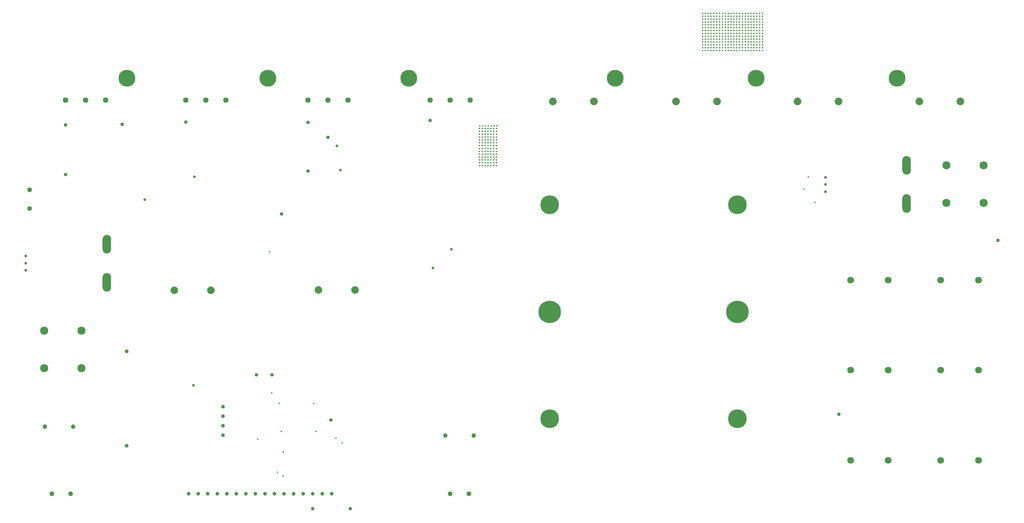
<source format=gbr>
%TF.GenerationSoftware,Altium Limited,Altium Designer,24.3.1 (35)*%
G04 Layer_Color=0*
%FSLAX45Y45*%
%MOMM*%
%TF.SameCoordinates,844131A9-2E1B-4A61-BE1F-69DE975881E6*%
%TF.FilePolarity,Positive*%
%TF.FileFunction,Plated,1,2,PTH,Drill*%
%TF.Part,Single*%
G01*
G75*
%TA.AperFunction,ComponentDrill*%
%ADD99C,1.00000*%
%ADD100C,2.00000*%
%ADD101C,0.95000*%
%ADD102C,0.95000*%
%ADD103C,1.01600*%
%ADD104C,1.80000*%
%ADD105C,1.20000*%
%ADD106C,1.00000*%
%ADD107O,2.28600X4.95300*%
%ADD108C,0.76200*%
%ADD109C,1.45000*%
%ADD110C,1.30000*%
%ADD111C,2.03200*%
%ADD112C,2.15900*%
%ADD113C,4.50000*%
%ADD114C,5.00000*%
%ADD115C,6.00000*%
%ADD116C,1.30000*%
%TA.AperFunction,ViaDrill,NotFilled*%
%ADD117C,0.71120*%
%ADD118C,0.40000*%
D99*
X6668000Y650000D02*
D03*
X4890000D02*
D03*
X6922000D02*
D03*
X7176000D02*
D03*
X6414000D02*
D03*
X5144000D02*
D03*
X7684000D02*
D03*
X6160000D02*
D03*
X8446000D02*
D03*
X8192000D02*
D03*
X7938000D02*
D03*
X5398000D02*
D03*
X7430000D02*
D03*
X5906000D02*
D03*
X8700000D02*
D03*
X5652000D02*
D03*
D100*
X4508500Y6070600D02*
D03*
X5486400D02*
D03*
X8343900Y6083300D02*
D03*
X9321800D02*
D03*
D101*
X6692900Y3822700D02*
D03*
X8674100Y2616200D02*
D03*
X8191500Y254000D02*
D03*
X1612900Y9156700D02*
D03*
X9194800Y254000D02*
D03*
X8064500Y10541000D02*
D03*
X7366000Y8102600D02*
D03*
X4813300Y10553700D02*
D03*
X1612900Y10477500D02*
D03*
X3124200Y10490200D02*
D03*
X22199600Y2768600D02*
D03*
X8597900Y10147300D02*
D03*
D102*
X7112000Y3822700D02*
D03*
X26428699Y7404100D02*
D03*
X8064500Y9245600D02*
D03*
X11315700Y10591800D02*
D03*
D103*
X3238500Y4445000D02*
D03*
Y1930400D02*
D03*
D104*
X23511501Y6345200D02*
D03*
X22511501D02*
D03*
X24911501Y1545200D02*
D03*
X25911499D02*
D03*
X22511501D02*
D03*
X23511501D02*
D03*
X22511501Y3945200D02*
D03*
X23511501D02*
D03*
X24911501Y6345200D02*
D03*
X25911499D02*
D03*
X24911501Y3945200D02*
D03*
X25911499D02*
D03*
D105*
X12475000Y2200000D02*
D03*
X11725000D02*
D03*
X1816800Y2438400D02*
D03*
X1066800D02*
D03*
D106*
X5810700Y2971800D02*
D03*
Y2717800D02*
D03*
Y2463800D02*
D03*
Y2209800D02*
D03*
D107*
X2717800Y7302500D02*
D03*
Y6286500D02*
D03*
X24003000Y8382000D02*
D03*
Y9398000D02*
D03*
D108*
X558800Y6985000D02*
D03*
Y6794500D02*
D03*
Y6604000D02*
D03*
X21844000Y8699500D02*
D03*
Y8890000D02*
D03*
Y9080500D02*
D03*
D109*
X2683400Y11136500D02*
D03*
X5883400D02*
D03*
X1616600D02*
D03*
X2150000D02*
D03*
X4816600D02*
D03*
X5350000D02*
D03*
X8066600D02*
D03*
X8600000D02*
D03*
X9133400D02*
D03*
X11316600D02*
D03*
X11850000D02*
D03*
X12383400D02*
D03*
D110*
X654998Y8250001D02*
D03*
Y8750000D02*
D03*
D111*
X18956400Y11100000D02*
D03*
X17864200D02*
D03*
X15681400D02*
D03*
X14589200D02*
D03*
X25435800D02*
D03*
X24343600D02*
D03*
X22185800D02*
D03*
X21093600D02*
D03*
D112*
X25063400Y9400000D02*
D03*
X26054001D02*
D03*
X25063400Y8400000D02*
D03*
X26054001D02*
D03*
X2036600Y5000000D02*
D03*
X1046000D02*
D03*
X2036600Y4000000D02*
D03*
X1046000D02*
D03*
D113*
X16250000Y11720000D02*
D03*
X23750000D02*
D03*
X20000000D02*
D03*
X3250000D02*
D03*
X10750000D02*
D03*
X7000000D02*
D03*
D114*
X14500000Y2650000D02*
D03*
Y8350000D02*
D03*
X19500000D02*
D03*
Y2650000D02*
D03*
D115*
Y5500000D02*
D03*
X14500000D02*
D03*
D116*
X11850000Y654998D02*
D03*
X12349999D02*
D03*
X1250001D02*
D03*
X1750000D02*
D03*
D117*
X8839200Y9918700D02*
D03*
X8928100Y9271000D02*
D03*
X11887200Y7162800D02*
D03*
X11391900Y6667500D02*
D03*
X5016500Y3543300D02*
D03*
X3721100Y8483600D02*
D03*
X5041900Y9093200D02*
D03*
D118*
X7255500Y1231900D02*
D03*
X7353300Y2311400D02*
D03*
X7099300Y3340100D02*
D03*
X7302500Y3060700D02*
D03*
X8216900D02*
D03*
X8280400Y2311400D02*
D03*
X7416800Y1765300D02*
D03*
X6731000Y2108200D02*
D03*
X7404100Y1130300D02*
D03*
X7048500Y7099300D02*
D03*
X8978900Y2006600D02*
D03*
X8813800Y2133600D02*
D03*
X21564600Y8407400D02*
D03*
X21272501Y8763000D02*
D03*
X21386800Y9093200D02*
D03*
X20091400Y13449300D02*
D03*
Y13373100D02*
D03*
Y13296899D02*
D03*
Y13220700D02*
D03*
Y13144501D02*
D03*
Y13068300D02*
D03*
Y12992101D02*
D03*
Y12915900D02*
D03*
Y12839700D02*
D03*
Y12763500D02*
D03*
Y12687300D02*
D03*
Y12611100D02*
D03*
Y12534900D02*
D03*
Y12458700D02*
D03*
X20015199Y13449300D02*
D03*
Y13373100D02*
D03*
Y13296899D02*
D03*
Y13220700D02*
D03*
Y13144501D02*
D03*
Y13068300D02*
D03*
Y12992101D02*
D03*
Y12915900D02*
D03*
Y12839700D02*
D03*
Y12763500D02*
D03*
Y12687300D02*
D03*
Y12611100D02*
D03*
Y12534900D02*
D03*
Y12458700D02*
D03*
X19939000Y13449300D02*
D03*
Y13373100D02*
D03*
Y13296899D02*
D03*
Y13220700D02*
D03*
Y13144501D02*
D03*
Y13068300D02*
D03*
Y12992101D02*
D03*
Y12915900D02*
D03*
Y12839700D02*
D03*
Y12763500D02*
D03*
Y12687300D02*
D03*
Y12611100D02*
D03*
Y12534900D02*
D03*
Y12458700D02*
D03*
X19862801Y13449300D02*
D03*
Y13373100D02*
D03*
Y13296899D02*
D03*
Y13220700D02*
D03*
Y13144501D02*
D03*
Y13068300D02*
D03*
Y12992101D02*
D03*
Y12915900D02*
D03*
Y12839700D02*
D03*
Y12763500D02*
D03*
Y12687300D02*
D03*
Y12611100D02*
D03*
Y12534900D02*
D03*
Y12458700D02*
D03*
X19786600Y13449300D02*
D03*
Y13373100D02*
D03*
Y13296899D02*
D03*
Y13220700D02*
D03*
Y13144501D02*
D03*
Y13068300D02*
D03*
Y12992101D02*
D03*
Y12915900D02*
D03*
Y12839700D02*
D03*
Y12763500D02*
D03*
Y12687300D02*
D03*
Y12611100D02*
D03*
Y12534900D02*
D03*
Y12458700D02*
D03*
X19710400Y13449300D02*
D03*
Y13373100D02*
D03*
Y13296899D02*
D03*
Y13220700D02*
D03*
Y13144501D02*
D03*
Y13068300D02*
D03*
Y12992101D02*
D03*
Y12915900D02*
D03*
Y12839700D02*
D03*
Y12763500D02*
D03*
Y12687300D02*
D03*
Y12611100D02*
D03*
Y12534900D02*
D03*
Y12458700D02*
D03*
X20167599Y13449300D02*
D03*
Y13373100D02*
D03*
Y13296899D02*
D03*
Y13220700D02*
D03*
Y13144501D02*
D03*
Y13068300D02*
D03*
Y12992101D02*
D03*
Y12915900D02*
D03*
Y12839700D02*
D03*
Y12763500D02*
D03*
Y12687300D02*
D03*
Y12611100D02*
D03*
Y12534900D02*
D03*
Y12458700D02*
D03*
X19634200Y12534900D02*
D03*
X19558000D02*
D03*
X19481799D02*
D03*
X19405600D02*
D03*
X19329401D02*
D03*
X19253200D02*
D03*
X19177000D02*
D03*
X19100800D02*
D03*
X19024600D02*
D03*
X18948399D02*
D03*
X18872200D02*
D03*
X18796001D02*
D03*
X18719800D02*
D03*
X18643600D02*
D03*
X19634200Y12611100D02*
D03*
X19558000D02*
D03*
X19481799D02*
D03*
X19405600D02*
D03*
X19329401D02*
D03*
X19253200D02*
D03*
X19177000D02*
D03*
X19100800D02*
D03*
X19024600D02*
D03*
X18948399D02*
D03*
X18872200D02*
D03*
X18796001D02*
D03*
X18719800D02*
D03*
X18643600D02*
D03*
X19634200Y12687300D02*
D03*
X19558000D02*
D03*
X19481799D02*
D03*
X19405600D02*
D03*
X19329401D02*
D03*
X19253200D02*
D03*
X19177000D02*
D03*
X19100800D02*
D03*
X19024600D02*
D03*
X18948399D02*
D03*
X18872200D02*
D03*
X18796001D02*
D03*
X18719800D02*
D03*
X18643600D02*
D03*
X19634200Y12763500D02*
D03*
X19558000D02*
D03*
X19481799D02*
D03*
X19405600D02*
D03*
X19329401D02*
D03*
X19253200D02*
D03*
X19177000D02*
D03*
X19100800D02*
D03*
X19024600D02*
D03*
X18948399D02*
D03*
X18872200D02*
D03*
X18796001D02*
D03*
X18719800D02*
D03*
X18643600D02*
D03*
X19634200Y12839700D02*
D03*
X19558000D02*
D03*
X19481799D02*
D03*
X19405600D02*
D03*
X19329401D02*
D03*
X19253200D02*
D03*
X19177000D02*
D03*
X19100800D02*
D03*
X19024600D02*
D03*
X18948399D02*
D03*
X18872200D02*
D03*
X18796001D02*
D03*
X18719800D02*
D03*
X18643600D02*
D03*
X19634200Y12915900D02*
D03*
X19558000D02*
D03*
X19481799D02*
D03*
X19405600D02*
D03*
X19329401D02*
D03*
X19253200D02*
D03*
X19177000D02*
D03*
X19100800D02*
D03*
X19024600D02*
D03*
X18948399D02*
D03*
X18872200D02*
D03*
X18796001D02*
D03*
X18719800D02*
D03*
X18643600D02*
D03*
X19634200Y12458700D02*
D03*
X19558000D02*
D03*
X19481799D02*
D03*
X19405600D02*
D03*
X19329401D02*
D03*
X19253200D02*
D03*
X19177000D02*
D03*
X19100800D02*
D03*
X19024600D02*
D03*
X18948399D02*
D03*
X18872200D02*
D03*
X18796001D02*
D03*
X18719800D02*
D03*
X18643600D02*
D03*
X18570921Y12460110D02*
D03*
Y12917310D02*
D03*
Y12841110D02*
D03*
Y12764910D02*
D03*
Y12688710D02*
D03*
Y12612510D02*
D03*
Y12536310D02*
D03*
X19634200Y13068300D02*
D03*
X19558000D02*
D03*
X19481799D02*
D03*
X19405600D02*
D03*
X19329401D02*
D03*
X19253200D02*
D03*
X19177000D02*
D03*
X19100800D02*
D03*
X19024600D02*
D03*
X18948399D02*
D03*
X18872200D02*
D03*
X18796001D02*
D03*
X18719800D02*
D03*
X18643600D02*
D03*
X19634200Y13144501D02*
D03*
X19558000D02*
D03*
X19481799D02*
D03*
X19405600D02*
D03*
X19329401D02*
D03*
X19253200D02*
D03*
X19177000D02*
D03*
X19100800D02*
D03*
X19024600D02*
D03*
X18948399D02*
D03*
X18872200D02*
D03*
X18796001D02*
D03*
X18719800D02*
D03*
X18643600D02*
D03*
X19634200Y13220700D02*
D03*
X19558000D02*
D03*
X19481799D02*
D03*
X19405600D02*
D03*
X19329401D02*
D03*
X19253200D02*
D03*
X19177000D02*
D03*
X19100800D02*
D03*
X19024600D02*
D03*
X18948399D02*
D03*
X18872200D02*
D03*
X18796001D02*
D03*
X18719800D02*
D03*
X18643600D02*
D03*
X19634200Y13296899D02*
D03*
X19558000D02*
D03*
X19481799D02*
D03*
X19405600D02*
D03*
X19329401D02*
D03*
X19253200D02*
D03*
X19177000D02*
D03*
X19100800D02*
D03*
X19024600D02*
D03*
X18948399D02*
D03*
X18872200D02*
D03*
X18796001D02*
D03*
X18719800D02*
D03*
X18643600D02*
D03*
X19634200Y13373100D02*
D03*
X19558000D02*
D03*
X19481799D02*
D03*
X19405600D02*
D03*
X19329401D02*
D03*
X19253200D02*
D03*
X19177000D02*
D03*
X19100800D02*
D03*
X19024600D02*
D03*
X18948399D02*
D03*
X18872200D02*
D03*
X18796001D02*
D03*
X18719800D02*
D03*
X18643600D02*
D03*
X19634200Y13449300D02*
D03*
X19558000D02*
D03*
X19481799D02*
D03*
X19405600D02*
D03*
X19329401D02*
D03*
X19253200D02*
D03*
X19177000D02*
D03*
X19100800D02*
D03*
X19024600D02*
D03*
X18948399D02*
D03*
X18872200D02*
D03*
X18796001D02*
D03*
X18719800D02*
D03*
X18643600D02*
D03*
X19634200Y12992101D02*
D03*
X19558000D02*
D03*
X19481799D02*
D03*
X19405600D02*
D03*
X19329401D02*
D03*
X19253200D02*
D03*
X19177000D02*
D03*
X19100800D02*
D03*
X19024600D02*
D03*
X18948399D02*
D03*
X18872200D02*
D03*
X18796001D02*
D03*
X18719800D02*
D03*
X18643600D02*
D03*
X18570921Y12993510D02*
D03*
Y13450710D02*
D03*
Y13374510D02*
D03*
Y13298309D02*
D03*
Y13222110D02*
D03*
Y13145911D02*
D03*
Y13069710D02*
D03*
X12712700Y10452100D02*
D03*
X12788900D02*
D03*
X12865100D02*
D03*
X12941299D02*
D03*
X13017500D02*
D03*
X13093700D02*
D03*
X12636500D02*
D03*
X12635090Y10379421D02*
D03*
Y10303221D02*
D03*
Y10227021D02*
D03*
Y10150821D02*
D03*
Y10074621D02*
D03*
Y9998421D02*
D03*
Y9922221D02*
D03*
Y9846021D02*
D03*
Y9769821D02*
D03*
Y9693621D02*
D03*
Y9617421D02*
D03*
Y9541221D02*
D03*
Y9465021D02*
D03*
Y9388821D02*
D03*
X13092290Y10379421D02*
D03*
Y10303221D02*
D03*
Y10227021D02*
D03*
Y10150821D02*
D03*
Y10074621D02*
D03*
Y9998421D02*
D03*
Y9922221D02*
D03*
Y9846021D02*
D03*
Y9769821D02*
D03*
Y9693621D02*
D03*
Y9617421D02*
D03*
Y9541221D02*
D03*
Y9465021D02*
D03*
Y9388821D02*
D03*
X13016090Y10379421D02*
D03*
Y10303221D02*
D03*
Y10227021D02*
D03*
Y10150821D02*
D03*
Y10074621D02*
D03*
Y9998421D02*
D03*
Y9922221D02*
D03*
Y9846021D02*
D03*
Y9769821D02*
D03*
Y9693621D02*
D03*
Y9617421D02*
D03*
Y9541221D02*
D03*
Y9465021D02*
D03*
Y9388821D02*
D03*
X12939890Y10379421D02*
D03*
Y10303221D02*
D03*
Y10227021D02*
D03*
Y10150821D02*
D03*
Y10074621D02*
D03*
Y9998421D02*
D03*
Y9922221D02*
D03*
Y9846021D02*
D03*
Y9769821D02*
D03*
Y9693621D02*
D03*
Y9617421D02*
D03*
Y9541221D02*
D03*
Y9465021D02*
D03*
Y9388821D02*
D03*
X12863690Y10379421D02*
D03*
Y10303221D02*
D03*
Y10227021D02*
D03*
Y10150821D02*
D03*
Y10074621D02*
D03*
Y9998421D02*
D03*
Y9922221D02*
D03*
Y9846021D02*
D03*
Y9769821D02*
D03*
Y9693621D02*
D03*
Y9617421D02*
D03*
Y9541221D02*
D03*
Y9465021D02*
D03*
Y9388821D02*
D03*
X12787490Y10379421D02*
D03*
Y10303221D02*
D03*
Y10227021D02*
D03*
Y10150821D02*
D03*
Y10074621D02*
D03*
Y9998421D02*
D03*
Y9922221D02*
D03*
Y9846021D02*
D03*
Y9769821D02*
D03*
Y9693621D02*
D03*
Y9617421D02*
D03*
Y9541221D02*
D03*
Y9465021D02*
D03*
Y9388821D02*
D03*
X12711290Y10379421D02*
D03*
Y10303221D02*
D03*
Y10227021D02*
D03*
Y10150821D02*
D03*
Y10074621D02*
D03*
Y9998421D02*
D03*
Y9922221D02*
D03*
Y9846021D02*
D03*
Y9769821D02*
D03*
Y9693621D02*
D03*
Y9617421D02*
D03*
Y9541221D02*
D03*
Y9465021D02*
D03*
Y9388821D02*
D03*
%TF.MD5,379e14c8723fc554500f63d69b8b881a*%
M02*

</source>
